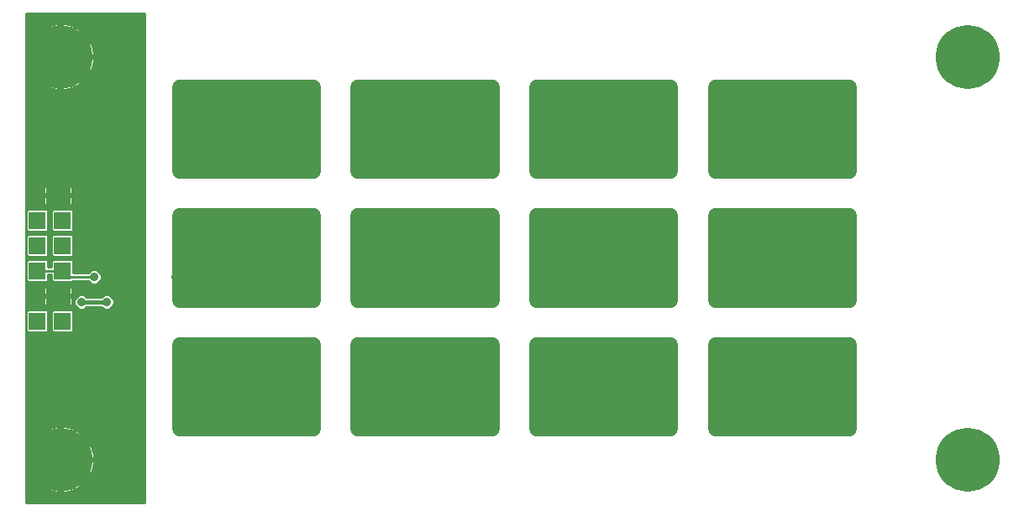
<source format=gbr>
G75*
G70*
%OFA0B0*%
%FSLAX24Y24*%
%IPPOS*%
%LPD*%
%AMOC8*
5,1,8,0,0,1.08239X$1,22.5*
%
%ADD10R,0.0650X0.0650*%
%ADD11C,0.2540*%
%ADD12C,0.0591*%
%ADD13C,0.0357*%
%ADD14C,0.0100*%
%ADD15C,0.0160*%
D10*
X000900Y007650D03*
X001900Y007650D03*
X001900Y008650D03*
X000900Y008650D03*
X000900Y009650D03*
X001900Y009650D03*
X001900Y010650D03*
X000900Y010650D03*
X000900Y011650D03*
X001900Y011650D03*
X001900Y012650D03*
X000900Y012650D03*
D11*
X001835Y018150D03*
X001835Y002150D03*
X037835Y002150D03*
X037835Y018150D03*
D12*
X033123Y016941D02*
X033123Y013595D01*
X027807Y013595D01*
X027807Y016941D01*
X033123Y016941D01*
X033123Y014185D02*
X027807Y014185D01*
X027807Y014775D02*
X033123Y014775D01*
X033123Y015365D02*
X027807Y015365D01*
X027807Y015955D02*
X033123Y015955D01*
X033123Y016545D02*
X027807Y016545D01*
X026036Y016941D02*
X026036Y013595D01*
X020720Y013595D01*
X020720Y016941D01*
X026036Y016941D01*
X026036Y014185D02*
X020720Y014185D01*
X020720Y014775D02*
X026036Y014775D01*
X026036Y015365D02*
X020720Y015365D01*
X020720Y015955D02*
X026036Y015955D01*
X026036Y016545D02*
X020720Y016545D01*
X018950Y016941D02*
X018950Y013595D01*
X013634Y013595D01*
X013634Y016941D01*
X018950Y016941D01*
X018950Y014185D02*
X013634Y014185D01*
X013634Y014775D02*
X018950Y014775D01*
X018950Y015365D02*
X013634Y015365D01*
X013634Y015955D02*
X018950Y015955D01*
X018950Y016545D02*
X013634Y016545D01*
X011863Y016941D02*
X011863Y013595D01*
X006547Y013595D01*
X006547Y016941D01*
X011863Y016941D01*
X011863Y014185D02*
X006547Y014185D01*
X006547Y014775D02*
X011863Y014775D01*
X011863Y015365D02*
X006547Y015365D01*
X006547Y015955D02*
X011863Y015955D01*
X011863Y016545D02*
X006547Y016545D01*
X011863Y011823D02*
X011863Y008477D01*
X006547Y008477D01*
X006547Y011823D01*
X011863Y011823D01*
X011863Y009067D02*
X006547Y009067D01*
X006547Y009657D02*
X011863Y009657D01*
X011863Y010247D02*
X006547Y010247D01*
X006547Y010837D02*
X011863Y010837D01*
X011863Y011427D02*
X006547Y011427D01*
X018950Y011823D02*
X018950Y008477D01*
X013634Y008477D01*
X013634Y011823D01*
X018950Y011823D01*
X018950Y009067D02*
X013634Y009067D01*
X013634Y009657D02*
X018950Y009657D01*
X018950Y010247D02*
X013634Y010247D01*
X013634Y010837D02*
X018950Y010837D01*
X018950Y011427D02*
X013634Y011427D01*
X026036Y011823D02*
X026036Y008477D01*
X020720Y008477D01*
X020720Y011823D01*
X026036Y011823D01*
X026036Y009067D02*
X020720Y009067D01*
X020720Y009657D02*
X026036Y009657D01*
X026036Y010247D02*
X020720Y010247D01*
X020720Y010837D02*
X026036Y010837D01*
X026036Y011427D02*
X020720Y011427D01*
X033123Y011823D02*
X033123Y008477D01*
X027807Y008477D01*
X027807Y011823D01*
X033123Y011823D01*
X033123Y009067D02*
X027807Y009067D01*
X027807Y009657D02*
X033123Y009657D01*
X033123Y010247D02*
X027807Y010247D01*
X027807Y010837D02*
X033123Y010837D01*
X033123Y011427D02*
X027807Y011427D01*
X033123Y006705D02*
X033123Y003359D01*
X027807Y003359D01*
X027807Y006705D01*
X033123Y006705D01*
X033123Y003949D02*
X027807Y003949D01*
X027807Y004539D02*
X033123Y004539D01*
X033123Y005129D02*
X027807Y005129D01*
X027807Y005719D02*
X033123Y005719D01*
X033123Y006309D02*
X027807Y006309D01*
X026036Y006705D02*
X026036Y003359D01*
X020720Y003359D01*
X020720Y006705D01*
X026036Y006705D01*
X026036Y003949D02*
X020720Y003949D01*
X020720Y004539D02*
X026036Y004539D01*
X026036Y005129D02*
X020720Y005129D01*
X020720Y005719D02*
X026036Y005719D01*
X026036Y006309D02*
X020720Y006309D01*
X018950Y006705D02*
X018950Y003359D01*
X013634Y003359D01*
X013634Y006705D01*
X018950Y006705D01*
X018950Y003949D02*
X013634Y003949D01*
X013634Y004539D02*
X018950Y004539D01*
X018950Y005129D02*
X013634Y005129D01*
X013634Y005719D02*
X018950Y005719D01*
X018950Y006309D02*
X013634Y006309D01*
X011863Y006705D02*
X011863Y003359D01*
X006547Y003359D01*
X006547Y006705D01*
X011863Y006705D01*
X011863Y003949D02*
X006547Y003949D01*
X006547Y004539D02*
X011863Y004539D01*
X011863Y005129D02*
X006547Y005129D01*
X006547Y005719D02*
X011863Y005719D01*
X011863Y006309D02*
X006547Y006309D01*
D13*
X006650Y006650D03*
X003650Y006400D03*
X003150Y006400D03*
X002650Y006400D03*
X002150Y006400D03*
X002650Y008400D03*
X003650Y008400D03*
X003150Y009400D03*
X003525Y009775D03*
X006400Y009400D03*
X013650Y008400D03*
X020650Y008400D03*
X027900Y008400D03*
X027900Y003400D03*
X020650Y003400D03*
X013650Y003400D03*
X013650Y013650D03*
X006650Y013650D03*
X003775Y013650D03*
X003275Y013650D03*
X002775Y013650D03*
X002275Y013650D03*
X020900Y013650D03*
X027900Y013650D03*
D14*
X000439Y019861D02*
X000439Y000439D01*
X005150Y000439D01*
X005150Y019861D01*
X000439Y019861D01*
X000439Y019850D02*
X005150Y019850D01*
X005150Y019752D02*
X000439Y019752D01*
X000439Y019653D02*
X005150Y019653D01*
X005150Y019555D02*
X000439Y019555D01*
X000439Y019456D02*
X001635Y019456D01*
X001641Y019457D02*
X001514Y019432D01*
X001390Y019394D01*
X001270Y019345D01*
X001156Y019284D01*
X001048Y019212D01*
X000948Y019129D01*
X000856Y019038D01*
X000774Y018937D01*
X000701Y018829D01*
X000640Y018715D01*
X000591Y018595D01*
X000553Y018471D01*
X000439Y018471D01*
X000439Y018373D02*
X000533Y018373D01*
X000528Y018344D02*
X000515Y018215D01*
X000515Y018200D01*
X001785Y018200D01*
X001785Y018100D01*
X000515Y018100D01*
X000515Y018085D01*
X000528Y017956D01*
X000553Y017829D01*
X000591Y017705D01*
X000640Y017585D01*
X000701Y017471D01*
X000774Y017363D01*
X000856Y017262D01*
X000948Y017171D01*
X001048Y017088D01*
X001156Y017016D01*
X001270Y016955D01*
X001390Y016906D01*
X001514Y016868D01*
X001641Y016843D01*
X001770Y016830D01*
X001785Y016830D01*
X001785Y018100D01*
X001885Y018100D01*
X001885Y016830D01*
X001900Y016830D01*
X002029Y016843D01*
X002156Y016868D01*
X002280Y016906D01*
X002400Y016955D01*
X002514Y017016D01*
X002622Y017088D01*
X002723Y017171D01*
X002814Y017262D01*
X002897Y017363D01*
X002969Y017471D01*
X003030Y017585D01*
X003079Y017705D01*
X003117Y017829D01*
X003142Y017956D01*
X003155Y018085D01*
X003155Y018100D01*
X001885Y018100D01*
X001885Y018200D01*
X001785Y018200D01*
X001785Y019470D01*
X001770Y019470D01*
X001641Y019457D01*
X001785Y019456D02*
X001885Y019456D01*
X001885Y019470D02*
X001900Y019470D01*
X002029Y019457D01*
X002156Y019432D01*
X002280Y019394D01*
X002400Y019345D01*
X002514Y019284D01*
X002622Y019212D01*
X002723Y019129D01*
X002814Y019038D01*
X002897Y018937D01*
X002969Y018829D01*
X003030Y018715D01*
X003079Y018595D01*
X003117Y018471D01*
X005150Y018471D01*
X005150Y018373D02*
X003137Y018373D01*
X003142Y018344D02*
X003117Y018471D01*
X003087Y018570D02*
X005150Y018570D01*
X005150Y018668D02*
X003049Y018668D01*
X003002Y018767D02*
X005150Y018767D01*
X005150Y018865D02*
X002945Y018865D01*
X002875Y018964D02*
X005150Y018964D01*
X005150Y019062D02*
X002790Y019062D01*
X002684Y019161D02*
X005150Y019161D01*
X005150Y019259D02*
X002551Y019259D01*
X002369Y019358D02*
X005150Y019358D01*
X005150Y019456D02*
X002035Y019456D01*
X001885Y019470D02*
X001885Y018200D01*
X003155Y018200D01*
X003155Y018215D01*
X003142Y018344D01*
X003149Y018274D02*
X005150Y018274D01*
X005150Y018176D02*
X001885Y018176D01*
X001885Y018274D02*
X001785Y018274D01*
X001785Y018176D02*
X000439Y018176D01*
X000439Y018274D02*
X000521Y018274D01*
X000528Y018344D02*
X000553Y018471D01*
X000583Y018570D02*
X000439Y018570D01*
X000439Y018668D02*
X000621Y018668D01*
X000668Y018767D02*
X000439Y018767D01*
X000439Y018865D02*
X000725Y018865D01*
X000795Y018964D02*
X000439Y018964D01*
X000439Y019062D02*
X000880Y019062D01*
X000986Y019161D02*
X000439Y019161D01*
X000439Y019259D02*
X001119Y019259D01*
X001301Y019358D02*
X000439Y019358D01*
X001785Y019358D02*
X001885Y019358D01*
X001885Y019259D02*
X001785Y019259D01*
X001785Y019161D02*
X001885Y019161D01*
X001885Y019062D02*
X001785Y019062D01*
X001785Y018964D02*
X001885Y018964D01*
X001885Y018865D02*
X001785Y018865D01*
X001785Y018767D02*
X001885Y018767D01*
X001885Y018668D02*
X001785Y018668D01*
X001785Y018570D02*
X001885Y018570D01*
X001885Y018471D02*
X001785Y018471D01*
X001785Y018373D02*
X001885Y018373D01*
X001885Y018077D02*
X001785Y018077D01*
X001785Y017979D02*
X001885Y017979D01*
X001885Y017880D02*
X001785Y017880D01*
X001785Y017782D02*
X001885Y017782D01*
X001885Y017683D02*
X001785Y017683D01*
X001785Y017585D02*
X001885Y017585D01*
X001885Y017486D02*
X001785Y017486D01*
X001785Y017388D02*
X001885Y017388D01*
X001885Y017289D02*
X001785Y017289D01*
X001785Y017191D02*
X001885Y017191D01*
X001885Y017092D02*
X001785Y017092D01*
X001785Y016994D02*
X001885Y016994D01*
X001885Y016895D02*
X001785Y016895D01*
X001425Y016895D02*
X000439Y016895D01*
X000439Y016797D02*
X005150Y016797D01*
X005150Y016895D02*
X002245Y016895D01*
X002472Y016994D02*
X005150Y016994D01*
X005150Y017092D02*
X002627Y017092D01*
X002742Y017191D02*
X005150Y017191D01*
X005150Y017289D02*
X002836Y017289D01*
X002913Y017388D02*
X005150Y017388D01*
X005150Y017486D02*
X002977Y017486D01*
X003030Y017585D02*
X005150Y017585D01*
X005150Y017683D02*
X003070Y017683D01*
X003103Y017782D02*
X005150Y017782D01*
X005150Y017880D02*
X003127Y017880D01*
X003145Y017979D02*
X005150Y017979D01*
X005150Y018077D02*
X003154Y018077D01*
X001043Y017092D02*
X000439Y017092D01*
X000439Y016994D02*
X001198Y016994D01*
X000928Y017191D02*
X000439Y017191D01*
X000439Y017289D02*
X000834Y017289D01*
X000757Y017388D02*
X000439Y017388D01*
X000439Y017486D02*
X000693Y017486D01*
X000641Y017585D02*
X000439Y017585D01*
X000439Y017683D02*
X000600Y017683D01*
X000567Y017782D02*
X000439Y017782D01*
X000439Y017880D02*
X000543Y017880D01*
X000526Y017979D02*
X000439Y017979D01*
X000439Y018077D02*
X000516Y018077D01*
X000439Y016698D02*
X005150Y016698D01*
X005150Y016600D02*
X000439Y016600D01*
X000439Y016501D02*
X005150Y016501D01*
X005150Y016403D02*
X000439Y016403D01*
X000439Y016304D02*
X005150Y016304D01*
X005150Y016206D02*
X000439Y016206D01*
X000439Y016107D02*
X005150Y016107D01*
X005150Y016009D02*
X000439Y016009D01*
X000439Y015910D02*
X005150Y015910D01*
X005150Y015812D02*
X000439Y015812D01*
X000439Y015713D02*
X005150Y015713D01*
X005150Y015615D02*
X000439Y015615D01*
X000439Y015516D02*
X005150Y015516D01*
X005150Y015418D02*
X000439Y015418D01*
X000439Y015319D02*
X005150Y015319D01*
X005150Y015221D02*
X000439Y015221D01*
X000439Y015122D02*
X005150Y015122D01*
X005150Y015024D02*
X000439Y015024D01*
X000439Y014925D02*
X005150Y014925D01*
X005150Y014827D02*
X000439Y014827D01*
X000439Y014728D02*
X005150Y014728D01*
X005150Y014630D02*
X000439Y014630D01*
X000439Y014531D02*
X005150Y014531D01*
X005150Y014433D02*
X000439Y014433D01*
X000439Y014334D02*
X005150Y014334D01*
X005150Y014236D02*
X000439Y014236D01*
X000439Y014137D02*
X005150Y014137D01*
X005150Y014039D02*
X000439Y014039D01*
X000439Y013940D02*
X005150Y013940D01*
X005150Y013842D02*
X000439Y013842D01*
X000439Y013743D02*
X005150Y013743D01*
X005150Y013645D02*
X000439Y013645D01*
X000439Y013546D02*
X005150Y013546D01*
X005150Y013448D02*
X000439Y013448D01*
X000439Y013349D02*
X005150Y013349D01*
X005150Y013251D02*
X000439Y013251D01*
X000439Y013152D02*
X005150Y013152D01*
X005150Y013054D02*
X000439Y013054D01*
X000439Y012955D02*
X000525Y012955D01*
X000525Y012985D02*
X000525Y012688D01*
X000862Y012688D01*
X000862Y013025D01*
X000565Y013025D01*
X000547Y013017D01*
X000533Y013003D01*
X000525Y012985D01*
X000525Y012857D02*
X000439Y012857D01*
X000439Y012758D02*
X000525Y012758D01*
X000439Y012660D02*
X000862Y012660D01*
X000862Y012688D02*
X000862Y012612D01*
X000938Y012612D01*
X000938Y012688D01*
X000862Y012688D01*
X000862Y012758D02*
X000938Y012758D01*
X000938Y012688D02*
X000938Y013025D01*
X001235Y013025D01*
X001253Y013017D01*
X001267Y013003D01*
X001275Y012985D01*
X001275Y012688D01*
X000938Y012688D01*
X000938Y012660D02*
X001862Y012660D01*
X001862Y012688D02*
X001862Y012612D01*
X001938Y012612D01*
X001938Y012688D01*
X001862Y012688D01*
X001862Y013025D01*
X001565Y013025D01*
X001547Y013017D01*
X001533Y013003D01*
X001525Y012985D01*
X001525Y012688D01*
X001862Y012688D01*
X001862Y012758D02*
X001938Y012758D01*
X001938Y012688D02*
X001938Y013025D01*
X002235Y013025D01*
X002253Y013017D01*
X002267Y013003D01*
X002275Y012985D01*
X002275Y012688D01*
X001938Y012688D01*
X001938Y012660D02*
X005150Y012660D01*
X005150Y012758D02*
X002275Y012758D01*
X002275Y012857D02*
X005150Y012857D01*
X005150Y012955D02*
X002275Y012955D01*
X001938Y012955D02*
X001862Y012955D01*
X001862Y012857D02*
X001938Y012857D01*
X001938Y012612D02*
X002275Y012612D01*
X002275Y012315D01*
X002267Y012297D01*
X002253Y012283D01*
X002235Y012275D01*
X001938Y012275D01*
X001938Y012612D01*
X001938Y012561D02*
X001862Y012561D01*
X001862Y012612D02*
X001862Y012275D01*
X001565Y012275D01*
X001547Y012283D01*
X001533Y012297D01*
X001525Y012315D01*
X001525Y012612D01*
X001862Y012612D01*
X001862Y012463D02*
X001938Y012463D01*
X001938Y012364D02*
X001862Y012364D01*
X001525Y012364D02*
X001275Y012364D01*
X001275Y012315D02*
X001275Y012612D01*
X000938Y012612D01*
X000938Y012275D01*
X001235Y012275D01*
X001253Y012283D01*
X001267Y012297D01*
X001275Y012315D01*
X001275Y012463D02*
X001525Y012463D01*
X001525Y012561D02*
X001275Y012561D01*
X001275Y012758D02*
X001525Y012758D01*
X001525Y012857D02*
X001275Y012857D01*
X001275Y012955D02*
X001525Y012955D01*
X000938Y012955D02*
X000862Y012955D01*
X000862Y012857D02*
X000938Y012857D01*
X000862Y012612D02*
X000525Y012612D01*
X000525Y012315D01*
X000533Y012297D01*
X000547Y012283D01*
X000565Y012275D01*
X000862Y012275D01*
X000862Y012612D01*
X000862Y012561D02*
X000938Y012561D01*
X000938Y012463D02*
X000862Y012463D01*
X000862Y012364D02*
X000938Y012364D01*
X000525Y012364D02*
X000439Y012364D01*
X000439Y012266D02*
X005150Y012266D01*
X005150Y012364D02*
X002275Y012364D01*
X002275Y012463D02*
X005150Y012463D01*
X005150Y012561D02*
X002275Y012561D01*
X002271Y012085D02*
X001529Y012085D01*
X001465Y012021D01*
X001465Y011279D01*
X001529Y011215D01*
X002271Y011215D01*
X002335Y011279D01*
X002335Y012021D01*
X002271Y012085D01*
X002287Y012069D02*
X005150Y012069D01*
X005150Y012167D02*
X000439Y012167D01*
X000439Y012069D02*
X000513Y012069D01*
X000529Y012085D02*
X000465Y012021D01*
X000465Y011279D01*
X000529Y011215D01*
X001271Y011215D01*
X001335Y011279D01*
X001335Y012021D01*
X001271Y012085D01*
X000529Y012085D01*
X000465Y011970D02*
X000439Y011970D01*
X000439Y011872D02*
X000465Y011872D01*
X000465Y011773D02*
X000439Y011773D01*
X000439Y011675D02*
X000465Y011675D01*
X000465Y011576D02*
X000439Y011576D01*
X000439Y011478D02*
X000465Y011478D01*
X000465Y011379D02*
X000439Y011379D01*
X000439Y011281D02*
X000465Y011281D01*
X000439Y011182D02*
X005150Y011182D01*
X005150Y011084D02*
X002272Y011084D01*
X002271Y011085D02*
X001529Y011085D01*
X001465Y011021D01*
X001465Y010279D01*
X001529Y010215D01*
X002271Y010215D01*
X002335Y010279D01*
X002335Y011021D01*
X002271Y011085D01*
X002335Y010985D02*
X005150Y010985D01*
X005150Y010887D02*
X002335Y010887D01*
X002335Y010788D02*
X005150Y010788D01*
X005150Y010690D02*
X002335Y010690D01*
X002335Y010591D02*
X005150Y010591D01*
X005150Y010493D02*
X002335Y010493D01*
X002335Y010394D02*
X005150Y010394D01*
X005150Y010296D02*
X002335Y010296D01*
X002271Y010085D02*
X001529Y010085D01*
X001465Y010021D01*
X001465Y009810D01*
X001335Y009810D01*
X001335Y010021D01*
X001271Y010085D01*
X000529Y010085D01*
X000465Y010021D01*
X000465Y009279D01*
X000529Y009215D01*
X001271Y009215D01*
X001335Y009279D01*
X001335Y009490D01*
X001465Y009490D01*
X001465Y009279D01*
X001529Y009215D01*
X002271Y009215D01*
X002296Y009240D01*
X002904Y009240D01*
X002905Y009237D01*
X002987Y009155D01*
X003093Y009112D01*
X003207Y009112D01*
X003313Y009155D01*
X003395Y009237D01*
X003438Y009343D01*
X003438Y009457D01*
X003395Y009563D01*
X003313Y009645D01*
X003207Y009688D01*
X003093Y009688D01*
X002987Y009645D01*
X002905Y009563D01*
X002904Y009560D01*
X002335Y009560D01*
X002335Y010021D01*
X002271Y010085D01*
X002335Y010000D02*
X005150Y010000D01*
X005150Y009902D02*
X002335Y009902D01*
X002335Y009803D02*
X005150Y009803D01*
X005150Y009705D02*
X002335Y009705D01*
X002335Y009606D02*
X002948Y009606D01*
X003150Y009400D02*
X002150Y009400D01*
X001900Y009650D01*
X000900Y009650D01*
X000465Y009606D02*
X000439Y009606D01*
X000439Y009508D02*
X000465Y009508D01*
X000465Y009409D02*
X000439Y009409D01*
X000439Y009311D02*
X000465Y009311D01*
X000439Y009212D02*
X002930Y009212D01*
X003088Y009114D02*
X000439Y009114D01*
X000439Y009015D02*
X000544Y009015D01*
X000547Y009017D02*
X000533Y009003D01*
X000525Y008985D01*
X000525Y008688D01*
X000862Y008688D01*
X000862Y009025D01*
X000565Y009025D01*
X000547Y009017D01*
X000525Y008917D02*
X000439Y008917D01*
X000439Y008818D02*
X000525Y008818D01*
X000525Y008720D02*
X000439Y008720D01*
X000439Y008621D02*
X000862Y008621D01*
X000862Y008612D02*
X000525Y008612D01*
X000525Y008315D01*
X000533Y008297D01*
X000547Y008283D01*
X000565Y008275D01*
X000862Y008275D01*
X000862Y008612D01*
X000938Y008612D01*
X000938Y008688D01*
X000862Y008688D01*
X000862Y008612D01*
X000938Y008612D02*
X000938Y008275D01*
X001235Y008275D01*
X001253Y008283D01*
X001267Y008297D01*
X001275Y008315D01*
X001275Y008612D01*
X000938Y008612D01*
X000938Y008621D02*
X001862Y008621D01*
X001862Y008612D02*
X001525Y008612D01*
X001525Y008315D01*
X001533Y008297D01*
X001547Y008283D01*
X001565Y008275D01*
X001862Y008275D01*
X001862Y008612D01*
X001938Y008612D01*
X001938Y008688D01*
X001862Y008688D01*
X001862Y009025D01*
X001565Y009025D01*
X001547Y009017D01*
X001533Y009003D01*
X001525Y008985D01*
X001525Y008688D01*
X001862Y008688D01*
X001862Y008612D01*
X001938Y008612D02*
X001938Y008275D01*
X002235Y008275D01*
X002253Y008283D01*
X002267Y008297D01*
X002275Y008315D01*
X002275Y008612D01*
X001938Y008612D01*
X001938Y008621D02*
X002463Y008621D01*
X002487Y008645D02*
X002405Y008563D01*
X002362Y008457D01*
X002362Y008343D01*
X002405Y008237D01*
X002487Y008155D01*
X002593Y008112D01*
X002707Y008112D01*
X002813Y008155D01*
X002868Y008210D01*
X003432Y008210D01*
X003487Y008155D01*
X003593Y008112D01*
X003707Y008112D01*
X003813Y008155D01*
X003895Y008237D01*
X003938Y008343D01*
X003938Y008457D01*
X003895Y008563D01*
X003813Y008645D01*
X003707Y008688D01*
X003593Y008688D01*
X003487Y008645D01*
X003432Y008590D01*
X002868Y008590D01*
X002813Y008645D01*
X002707Y008688D01*
X002593Y008688D01*
X002487Y008645D01*
X002389Y008523D02*
X002275Y008523D01*
X002275Y008424D02*
X002362Y008424D01*
X002369Y008326D02*
X002275Y008326D01*
X002415Y008227D02*
X000439Y008227D01*
X000439Y008129D02*
X002552Y008129D01*
X002748Y008129D02*
X003552Y008129D01*
X003748Y008129D02*
X005150Y008129D01*
X005150Y008227D02*
X003885Y008227D01*
X003931Y008326D02*
X005150Y008326D01*
X005150Y008424D02*
X003938Y008424D01*
X003911Y008523D02*
X005150Y008523D01*
X005150Y008621D02*
X003837Y008621D01*
X003463Y008621D02*
X002837Y008621D01*
X002275Y008688D02*
X002275Y008985D01*
X002267Y009003D01*
X002253Y009017D01*
X002235Y009025D01*
X001938Y009025D01*
X001938Y008688D01*
X002275Y008688D01*
X002275Y008720D02*
X005150Y008720D01*
X005150Y008818D02*
X002275Y008818D01*
X002275Y008917D02*
X005150Y008917D01*
X005150Y009015D02*
X002256Y009015D01*
X001938Y009015D02*
X001862Y009015D01*
X001862Y008917D02*
X001938Y008917D01*
X001938Y008818D02*
X001862Y008818D01*
X001862Y008720D02*
X001938Y008720D01*
X001938Y008523D02*
X001862Y008523D01*
X001862Y008424D02*
X001938Y008424D01*
X001938Y008326D02*
X001862Y008326D01*
X001525Y008326D02*
X001275Y008326D01*
X001275Y008424D02*
X001525Y008424D01*
X001525Y008523D02*
X001275Y008523D01*
X001275Y008688D02*
X000938Y008688D01*
X000938Y009025D01*
X001235Y009025D01*
X001253Y009017D01*
X001267Y009003D01*
X001275Y008985D01*
X001275Y008688D01*
X001275Y008720D02*
X001525Y008720D01*
X001525Y008818D02*
X001275Y008818D01*
X001275Y008917D02*
X001525Y008917D01*
X001544Y009015D02*
X001256Y009015D01*
X001335Y009311D02*
X001465Y009311D01*
X001465Y009409D02*
X001335Y009409D01*
X001335Y009902D02*
X001465Y009902D01*
X001465Y010000D02*
X001335Y010000D01*
X001271Y010215D02*
X001335Y010279D01*
X001335Y011021D01*
X001271Y011085D01*
X000529Y011085D01*
X000465Y011021D01*
X000465Y010279D01*
X000529Y010215D01*
X001271Y010215D01*
X001335Y010296D02*
X001465Y010296D01*
X001465Y010394D02*
X001335Y010394D01*
X001335Y010493D02*
X001465Y010493D01*
X001465Y010591D02*
X001335Y010591D01*
X001335Y010690D02*
X001465Y010690D01*
X001465Y010788D02*
X001335Y010788D01*
X001335Y010887D02*
X001465Y010887D01*
X001465Y010985D02*
X001335Y010985D01*
X001272Y011084D02*
X001528Y011084D01*
X001465Y011281D02*
X001335Y011281D01*
X001335Y011379D02*
X001465Y011379D01*
X001465Y011478D02*
X001335Y011478D01*
X001335Y011576D02*
X001465Y011576D01*
X001465Y011675D02*
X001335Y011675D01*
X001335Y011773D02*
X001465Y011773D01*
X001465Y011872D02*
X001335Y011872D01*
X001335Y011970D02*
X001465Y011970D01*
X001513Y012069D02*
X001287Y012069D01*
X000525Y012463D02*
X000439Y012463D01*
X000439Y012561D02*
X000525Y012561D01*
X002335Y011970D02*
X005150Y011970D01*
X005150Y011872D02*
X002335Y011872D01*
X002335Y011773D02*
X005150Y011773D01*
X005150Y011675D02*
X002335Y011675D01*
X002335Y011576D02*
X005150Y011576D01*
X005150Y011478D02*
X002335Y011478D01*
X002335Y011379D02*
X005150Y011379D01*
X005150Y011281D02*
X002335Y011281D01*
X000528Y011084D02*
X000439Y011084D01*
X000439Y010985D02*
X000465Y010985D01*
X000465Y010887D02*
X000439Y010887D01*
X000439Y010788D02*
X000465Y010788D01*
X000465Y010690D02*
X000439Y010690D01*
X000439Y010591D02*
X000465Y010591D01*
X000465Y010493D02*
X000439Y010493D01*
X000439Y010394D02*
X000465Y010394D01*
X000465Y010296D02*
X000439Y010296D01*
X000439Y010197D02*
X005150Y010197D01*
X005150Y010099D02*
X000439Y010099D01*
X000439Y010000D02*
X000465Y010000D01*
X000465Y009902D02*
X000439Y009902D01*
X000439Y009803D02*
X000465Y009803D01*
X000465Y009705D02*
X000439Y009705D01*
X000862Y009015D02*
X000938Y009015D01*
X000938Y008917D02*
X000862Y008917D01*
X000862Y008818D02*
X000938Y008818D01*
X000938Y008720D02*
X000862Y008720D01*
X000862Y008523D02*
X000938Y008523D01*
X000938Y008424D02*
X000862Y008424D01*
X000862Y008326D02*
X000938Y008326D01*
X000525Y008326D02*
X000439Y008326D01*
X000439Y008424D02*
X000525Y008424D01*
X000525Y008523D02*
X000439Y008523D01*
X000529Y008085D02*
X000465Y008021D01*
X000465Y007279D01*
X000529Y007215D01*
X001271Y007215D01*
X001335Y007279D01*
X001335Y008021D01*
X001271Y008085D01*
X000529Y008085D01*
X000474Y008030D02*
X000439Y008030D01*
X000439Y007932D02*
X000465Y007932D01*
X000465Y007833D02*
X000439Y007833D01*
X000439Y007735D02*
X000465Y007735D01*
X000465Y007636D02*
X000439Y007636D01*
X000439Y007538D02*
X000465Y007538D01*
X000465Y007439D02*
X000439Y007439D01*
X000439Y007341D02*
X000465Y007341D01*
X000439Y007242D02*
X000502Y007242D01*
X000439Y007144D02*
X005150Y007144D01*
X005150Y007242D02*
X002298Y007242D01*
X002271Y007215D02*
X002335Y007279D01*
X002335Y008021D01*
X002271Y008085D01*
X001529Y008085D01*
X001465Y008021D01*
X001465Y007279D01*
X001529Y007215D01*
X002271Y007215D01*
X002335Y007341D02*
X005150Y007341D01*
X005150Y007439D02*
X002335Y007439D01*
X002335Y007538D02*
X005150Y007538D01*
X005150Y007636D02*
X002335Y007636D01*
X002335Y007735D02*
X005150Y007735D01*
X005150Y007833D02*
X002335Y007833D01*
X002335Y007932D02*
X005150Y007932D01*
X005150Y008030D02*
X002326Y008030D01*
X001474Y008030D02*
X001326Y008030D01*
X001335Y007932D02*
X001465Y007932D01*
X001465Y007833D02*
X001335Y007833D01*
X001335Y007735D02*
X001465Y007735D01*
X001465Y007636D02*
X001335Y007636D01*
X001335Y007538D02*
X001465Y007538D01*
X001465Y007439D02*
X001335Y007439D01*
X001335Y007341D02*
X001465Y007341D01*
X001502Y007242D02*
X001298Y007242D01*
X000439Y007045D02*
X005150Y007045D01*
X005150Y006947D02*
X000439Y006947D01*
X000439Y006848D02*
X005150Y006848D01*
X005150Y006750D02*
X000439Y006750D01*
X000439Y006651D02*
X005150Y006651D01*
X005150Y006553D02*
X000439Y006553D01*
X000439Y006454D02*
X005150Y006454D01*
X005150Y006356D02*
X000439Y006356D01*
X000439Y006257D02*
X005150Y006257D01*
X005150Y006159D02*
X000439Y006159D01*
X000439Y006060D02*
X005150Y006060D01*
X005150Y005962D02*
X000439Y005962D01*
X000439Y005863D02*
X005150Y005863D01*
X005150Y005765D02*
X000439Y005765D01*
X000439Y005666D02*
X005150Y005666D01*
X005150Y005568D02*
X000439Y005568D01*
X000439Y005469D02*
X005150Y005469D01*
X005150Y005371D02*
X000439Y005371D01*
X000439Y005272D02*
X005150Y005272D01*
X005150Y005174D02*
X000439Y005174D01*
X000439Y005075D02*
X005150Y005075D01*
X005150Y004977D02*
X000439Y004977D01*
X000439Y004878D02*
X005150Y004878D01*
X005150Y004780D02*
X000439Y004780D01*
X000439Y004681D02*
X005150Y004681D01*
X005150Y004583D02*
X000439Y004583D01*
X000439Y004484D02*
X005150Y004484D01*
X005150Y004386D02*
X000439Y004386D01*
X000439Y004287D02*
X005150Y004287D01*
X005150Y004189D02*
X000439Y004189D01*
X000439Y004090D02*
X005150Y004090D01*
X005150Y003992D02*
X000439Y003992D01*
X000439Y003893D02*
X005150Y003893D01*
X005150Y003795D02*
X000439Y003795D01*
X000439Y003696D02*
X005150Y003696D01*
X005150Y003598D02*
X000439Y003598D01*
X000439Y003499D02*
X005150Y003499D01*
X005150Y003401D02*
X002260Y003401D01*
X002280Y003394D02*
X002156Y003432D01*
X002029Y003457D01*
X001900Y003470D01*
X001885Y003470D01*
X001885Y002200D01*
X001785Y002200D01*
X001785Y002100D01*
X000515Y002100D01*
X000515Y002085D01*
X000528Y001956D01*
X000553Y001829D01*
X000591Y001705D01*
X000640Y001585D01*
X000701Y001471D01*
X000774Y001363D01*
X000856Y001262D01*
X000948Y001171D01*
X001048Y001088D01*
X001156Y001016D01*
X001270Y000955D01*
X001390Y000906D01*
X001514Y000868D01*
X001641Y000843D01*
X001770Y000830D01*
X001785Y000830D01*
X001785Y002100D01*
X001885Y002100D01*
X001885Y000830D01*
X001900Y000830D01*
X002029Y000843D01*
X002156Y000868D01*
X002280Y000906D01*
X002400Y000955D01*
X002514Y001016D01*
X002622Y001088D01*
X002723Y001171D01*
X002814Y001262D01*
X002897Y001363D01*
X002969Y001471D01*
X003030Y001585D01*
X003079Y001705D01*
X003117Y001829D01*
X003142Y001956D01*
X003155Y002085D01*
X003155Y002100D01*
X001885Y002100D01*
X001885Y002200D01*
X003155Y002200D01*
X003155Y002215D01*
X003142Y002344D01*
X003117Y002471D01*
X003079Y002595D01*
X003030Y002715D01*
X002969Y002829D01*
X002897Y002937D01*
X002814Y003038D01*
X002723Y003129D01*
X002622Y003212D01*
X002514Y003284D01*
X002400Y003345D01*
X002280Y003394D01*
X002480Y003302D02*
X005150Y003302D01*
X005150Y003204D02*
X002632Y003204D01*
X002747Y003105D02*
X005150Y003105D01*
X005150Y003007D02*
X002840Y003007D01*
X002916Y002908D02*
X005150Y002908D01*
X005150Y002810D02*
X002979Y002810D01*
X003031Y002711D02*
X005150Y002711D01*
X005150Y002613D02*
X003072Y002613D01*
X003104Y002514D02*
X005150Y002514D01*
X005150Y002416D02*
X003128Y002416D01*
X003145Y002317D02*
X005150Y002317D01*
X005150Y002219D02*
X003155Y002219D01*
X003149Y002022D02*
X005150Y002022D01*
X005150Y002120D02*
X001885Y002120D01*
X001885Y002022D02*
X001785Y002022D01*
X001785Y002120D02*
X000439Y002120D01*
X000439Y002022D02*
X000521Y002022D01*
X000534Y001923D02*
X000439Y001923D01*
X000439Y001825D02*
X000554Y001825D01*
X000584Y001726D02*
X000439Y001726D01*
X000439Y001628D02*
X000623Y001628D01*
X000670Y001529D02*
X000439Y001529D01*
X000439Y001431D02*
X000728Y001431D01*
X000799Y001332D02*
X000439Y001332D01*
X000439Y001234D02*
X000885Y001234D01*
X000991Y001135D02*
X000439Y001135D01*
X000439Y001037D02*
X001126Y001037D01*
X001312Y000938D02*
X000439Y000938D01*
X000439Y000840D02*
X001674Y000840D01*
X001785Y000840D02*
X001885Y000840D01*
X001885Y000938D02*
X001785Y000938D01*
X001785Y001037D02*
X001885Y001037D01*
X001885Y001135D02*
X001785Y001135D01*
X001785Y001234D02*
X001885Y001234D01*
X001885Y001332D02*
X001785Y001332D01*
X001785Y001431D02*
X001885Y001431D01*
X001885Y001529D02*
X001785Y001529D01*
X001785Y001628D02*
X001885Y001628D01*
X001885Y001726D02*
X001785Y001726D01*
X001785Y001825D02*
X001885Y001825D01*
X001885Y001923D02*
X001785Y001923D01*
X001785Y002200D02*
X000515Y002200D01*
X000515Y002215D01*
X000528Y002344D01*
X000553Y002471D01*
X000591Y002595D01*
X000640Y002715D01*
X000701Y002829D01*
X000774Y002937D01*
X000856Y003038D01*
X000948Y003129D01*
X001048Y003212D01*
X001156Y003284D01*
X001270Y003345D01*
X001390Y003394D01*
X001514Y003432D01*
X001641Y003457D01*
X001770Y003470D01*
X001785Y003470D01*
X001785Y002200D01*
X001785Y002219D02*
X001885Y002219D01*
X001885Y002317D02*
X001785Y002317D01*
X001785Y002416D02*
X001885Y002416D01*
X001885Y002514D02*
X001785Y002514D01*
X001785Y002613D02*
X001885Y002613D01*
X001885Y002711D02*
X001785Y002711D01*
X001785Y002810D02*
X001885Y002810D01*
X001885Y002908D02*
X001785Y002908D01*
X001785Y003007D02*
X001885Y003007D01*
X001885Y003105D02*
X001785Y003105D01*
X001785Y003204D02*
X001885Y003204D01*
X001885Y003302D02*
X001785Y003302D01*
X001785Y003401D02*
X001885Y003401D01*
X001410Y003401D02*
X000439Y003401D01*
X000439Y003302D02*
X001190Y003302D01*
X001038Y003204D02*
X000439Y003204D01*
X000439Y003105D02*
X000923Y003105D01*
X000830Y003007D02*
X000439Y003007D01*
X000439Y002908D02*
X000754Y002908D01*
X000691Y002810D02*
X000439Y002810D01*
X000439Y002711D02*
X000639Y002711D01*
X000598Y002613D02*
X000439Y002613D01*
X000439Y002514D02*
X000566Y002514D01*
X000542Y002416D02*
X000439Y002416D01*
X000439Y002317D02*
X000525Y002317D01*
X000515Y002219D02*
X000439Y002219D01*
X002545Y001037D02*
X005150Y001037D01*
X005150Y001135D02*
X002679Y001135D01*
X002785Y001234D02*
X005150Y001234D01*
X005150Y001332D02*
X002871Y001332D01*
X002942Y001431D02*
X005150Y001431D01*
X005150Y001529D02*
X003000Y001529D01*
X003047Y001628D02*
X005150Y001628D01*
X005150Y001726D02*
X003086Y001726D01*
X003116Y001825D02*
X005150Y001825D01*
X005150Y001923D02*
X003136Y001923D01*
X002358Y000938D02*
X005150Y000938D01*
X005150Y000840D02*
X001996Y000840D01*
X000439Y000741D02*
X005150Y000741D01*
X005150Y000643D02*
X000439Y000643D01*
X000439Y000544D02*
X005150Y000544D01*
X005150Y000446D02*
X000439Y000446D01*
X009150Y005087D02*
X009205Y005032D01*
X009150Y005087D02*
X009150Y005400D01*
X007900Y006650D01*
X006650Y006650D01*
X005150Y009114D02*
X003212Y009114D01*
X003370Y009212D02*
X005150Y009212D01*
X005150Y009311D02*
X003425Y009311D01*
X003438Y009409D02*
X005150Y009409D01*
X005150Y009508D02*
X003418Y009508D01*
X003352Y009606D02*
X005150Y009606D01*
X006400Y009400D02*
X009150Y009400D01*
X009150Y010150D01*
X009205Y010150D01*
X013650Y008400D02*
X014542Y008400D01*
X016292Y010150D01*
X020650Y008400D02*
X021628Y008400D01*
X023378Y010150D01*
X027900Y008400D02*
X028715Y008400D01*
X030465Y010150D01*
X028847Y013650D02*
X027900Y013650D01*
X028847Y013650D02*
X030465Y015268D01*
X023378Y015268D02*
X021760Y013650D01*
X020900Y013650D01*
X016292Y015268D02*
X014674Y013650D01*
X013650Y013650D01*
X009205Y015268D02*
X009150Y015213D01*
X009150Y015150D01*
X007650Y013650D01*
X006650Y013650D01*
X016292Y005032D02*
X014660Y003400D01*
X013650Y003400D01*
X020650Y003400D02*
X021746Y003400D01*
X023378Y005032D01*
X027900Y003400D02*
X028833Y003400D01*
X030465Y005032D01*
D15*
X003650Y008400D02*
X002650Y008400D01*
M02*

</source>
